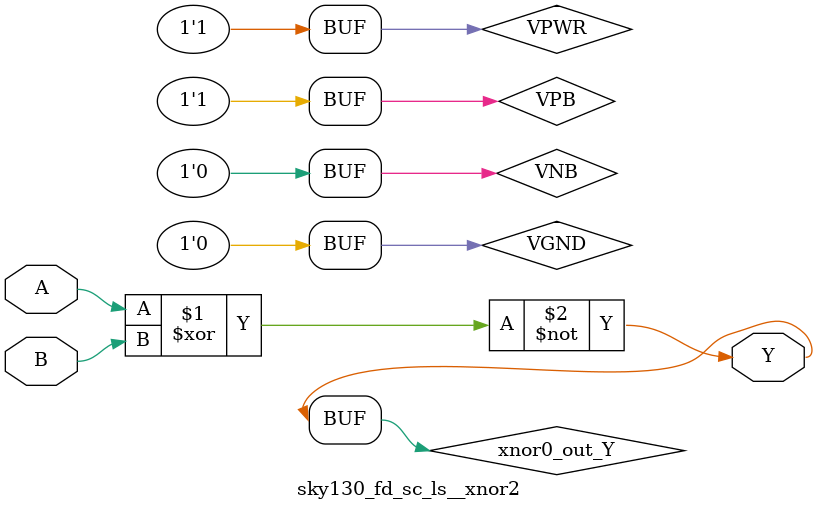
<source format=v>
/*
 * Copyright 2020 The SkyWater PDK Authors
 *
 * Licensed under the Apache License, Version 2.0 (the "License");
 * you may not use this file except in compliance with the License.
 * You may obtain a copy of the License at
 *
 *     https://www.apache.org/licenses/LICENSE-2.0
 *
 * Unless required by applicable law or agreed to in writing, software
 * distributed under the License is distributed on an "AS IS" BASIS,
 * WITHOUT WARRANTIES OR CONDITIONS OF ANY KIND, either express or implied.
 * See the License for the specific language governing permissions and
 * limitations under the License.
 *
 * SPDX-License-Identifier: Apache-2.0
*/


`ifndef SKY130_FD_SC_LS__XNOR2_TIMING_V
`define SKY130_FD_SC_LS__XNOR2_TIMING_V

/**
 * xnor2: 2-input exclusive NOR.
 *
 *        Y = !(A ^ B)
 *
 * Verilog simulation timing model.
 */

`timescale 1ns / 1ps
`default_nettype none

`celldefine
module sky130_fd_sc_ls__xnor2 (
    Y,
    A,
    B
);

    // Module ports
    output Y;
    input  A;
    input  B;

    // Module supplies
    supply1 VPWR;
    supply0 VGND;
    supply1 VPB ;
    supply0 VNB ;

    // Local signals
    wire xnor0_out_Y;

    //   Name   Output       Other arguments
    xnor xnor0 (xnor0_out_Y, A, B           );
    buf  buf0  (Y          , xnor0_out_Y    );

endmodule
`endcelldefine

`default_nettype wire
`endif  // SKY130_FD_SC_LS__XNOR2_TIMING_V

</source>
